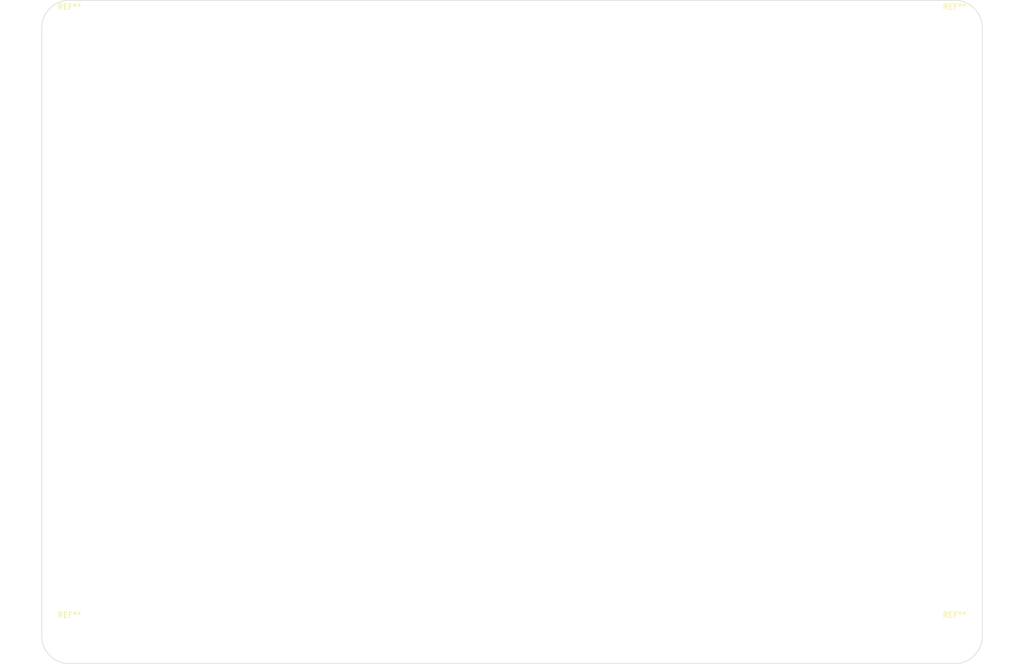
<source format=kicad_pcb>
(kicad_pcb (version 20240108) (generator "pcbnew") (generator_version "8.0")
  (layers (0 "F.Cu" signal) (31 "B.Cu" signal) (34 "B.Paste" user) (35 "F.Paste" user) (36 "B.SilkS" user "B.Silkscreen") (37 "F.SilkS" user "F.Silkscreen") (38 "B.Mask" user) (39 "F.Mask" user) (44 "Edge.Cuts" user))
  (net 0 "")
  (footprint "MountingHole:MountingHole_3.2mm_M3_DIN965" (layer "F.Cu") (at 85 35)
    (property "Reference" "REF**" (at 0 -3.8 0) (layer "F.SilkS"))
    (property "Value" "MountingHole_3.2mm_M3_DIN965")
    (pad "" np_thru_hole circle (at 0 0) (size 3.2 3.2) (drill 3.2) (layers "*.Cu" "*.Mask"))
  )
  (footprint "MountingHole:MountingHole_3.2mm_M3_DIN965" (layer "F.Cu") (at 245 145)
    (property "Reference" "REF**" (at 0 -3.8 0) (layer "F.SilkS"))
    (property "Value" "MountingHole_3.2mm_M3_DIN965")
    (pad "" np_thru_hole circle (at 0 0) (size 3.2 3.2) (drill 3.2) (layers "*.Cu" "*.Mask"))
  )
  (footprint "MountingHole:MountingHole_3.2mm_M3_DIN965" (layer "F.Cu") (at 245 35)
    (property "Reference" "REF**" (at 0 -3.8 0) (layer "F.SilkS"))
    (property "Value" "MountingHole_3.2mm_M3_DIN965")
    (pad "" np_thru_hole circle (at 0 0) (size 3.2 3.2) (drill 3.2) (layers "*.Cu" "*.Mask"))
  )
  (footprint "MountingHole:MountingHole_3.2mm_M3_DIN965" (layer "F.Cu") (at 85 145)
    (property "Reference" "REF**" (at 0 -3.8 0) (layer "F.SilkS"))
    (property "Value" "MountingHole_3.2mm_M3_DIN965")
    (pad "" np_thru_hole circle (at 0 0) (size 3.2 3.2) (drill 3.2) (layers "*.Cu" "*.Mask"))
  )
  (gr_arc (start 250 145) (mid 248.535534 148.535534) (end 245 150) (stroke (width 0.1)) (layer "Edge.Cuts"))
  (gr_line (start 250 145) (end 250 35) (stroke (width 0.1)) (layer "Edge.Cuts"))
  (gr_line (start 80 35) (end 80 145) (stroke (width 0.1)) (layer "Edge.Cuts"))
  (gr_line (start 245 30) (end 85 30) (stroke (width 0.1)) (layer "Edge.Cuts"))
  (gr_arc (start 85 150) (mid 81.464466 148.535534) (end 80 145) (stroke (width 0.1)) (layer "Edge.Cuts"))
  (gr_line (start 85 150) (end 245 150) (stroke (width 0.1)) (layer "Edge.Cuts"))
  (gr_arc (start 245 30) (mid 248.535534 31.464466) (end 250 35) (stroke (width 0.1)) (layer "Edge.Cuts"))
  (gr_arc (start 80 35) (mid 81.464466 31.464466) (end 85 30) (stroke (width 0.1)) (layer "Edge.Cuts"))
)
</source>
